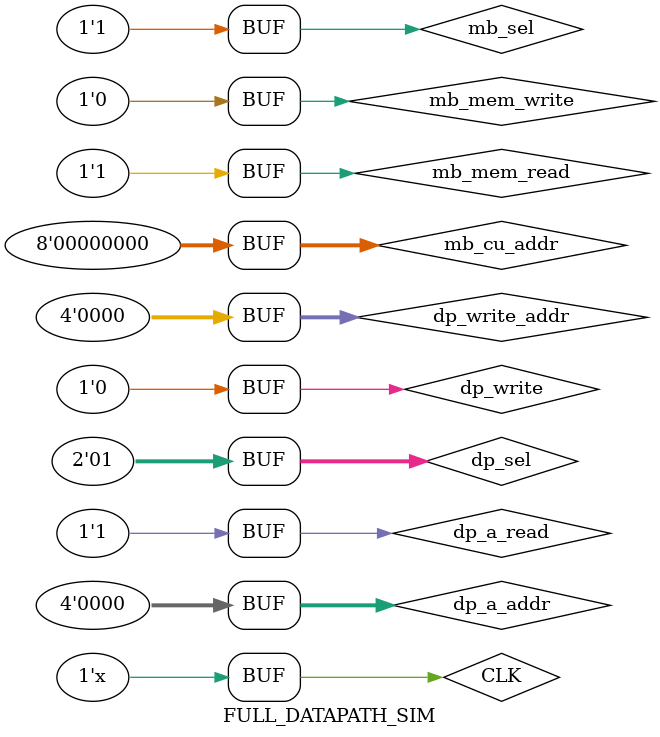
<source format=v>
`timescale 1ns / 1ps

module FULL_DATAPATH_SIM();

reg CLK;
initial CLK = 0;
always #5 CLK = ~CLK;


//FOR MEMORY
reg mb_sel;

reg [7:0]   mb_pc_addr;
reg [7:0]   mb_cu_addr;

reg mb_mem_read;
reg mb_mem_write;

wire [15:0] mb_data_out;

//FOR DATAPATH

reg [7:0] dp_imm;
reg [1:0] dp_sel;

reg [3:0]   dp_write_addr;
reg         dp_write;

reg [3:0]   dp_a_addr;
reg         dp_a_read;

reg [3:0]   dp_b_addr;
reg         dp_b_read;

reg [3:0]   dp_alu_sel;

wire [15:0] dp_a_data;
wire        dp_zf_flag;
wire [15:0] dp_alu_out;

FULL_DATAPATH UUT(
.CLK100MHZ      (CLK),

.mb_sel         (mb_sel),
.mb_pc_addr     (mb_pc_addr),
.mb_cu_addr     (mb_cu_addr),

.mb_mem_read    (mb_mem_read),
.mb_mem_write   (mb_mem_write),

.dp_imm         (dp_imm),
.dp_sel         (dp_sel),

.dp_write_addr  (dp_write_addr),
.dp_write       (dp_write),

.dp_a_addr      (dp_a_addr),
.dp_a_read      (dp_a_read),

.dp_b_addr      (dp_b_addr),
.dp_b_read      (dp_b_read),

.dp_alu_sel     (dp_alu_sel),

.dp_a_data      (dp_a_data),
.dp_zf_flag     (dp_zf_flag),

.dp_alu_out     (dp_alu_out),
.mb_data_out    (mb_data_out)
);


initial begin
mb_cu_addr = 8'hFF;     //Output contents of memory
mb_sel = 1'b1;
mb_mem_read = 1'b1;

#10;
dp_sel = 1'b1;          //Select mux in datapath

dp_write_addr = 4'h0;
dp_write = 1'b1;        //Write memory contents to reg 0

#10;
mb_mem_read = 1'b0;     //After writing to register, turn off mem_read and dp_write
dp_write = 1'b0;

dp_a_addr = 4'h0;       ////Read register 0 to output back to memory
dp_a_read = 1'b1;

#10;

mb_cu_addr = 8'h00;     //Write back to address 0 of memory
mb_sel = 1'b1;

mb_mem_write = 1'b1;    //Initialize write
#10 mb_mem_write = 1'b0;

mb_mem_read = 1'b1;     //Read back memory!

end
endmodule

</source>
